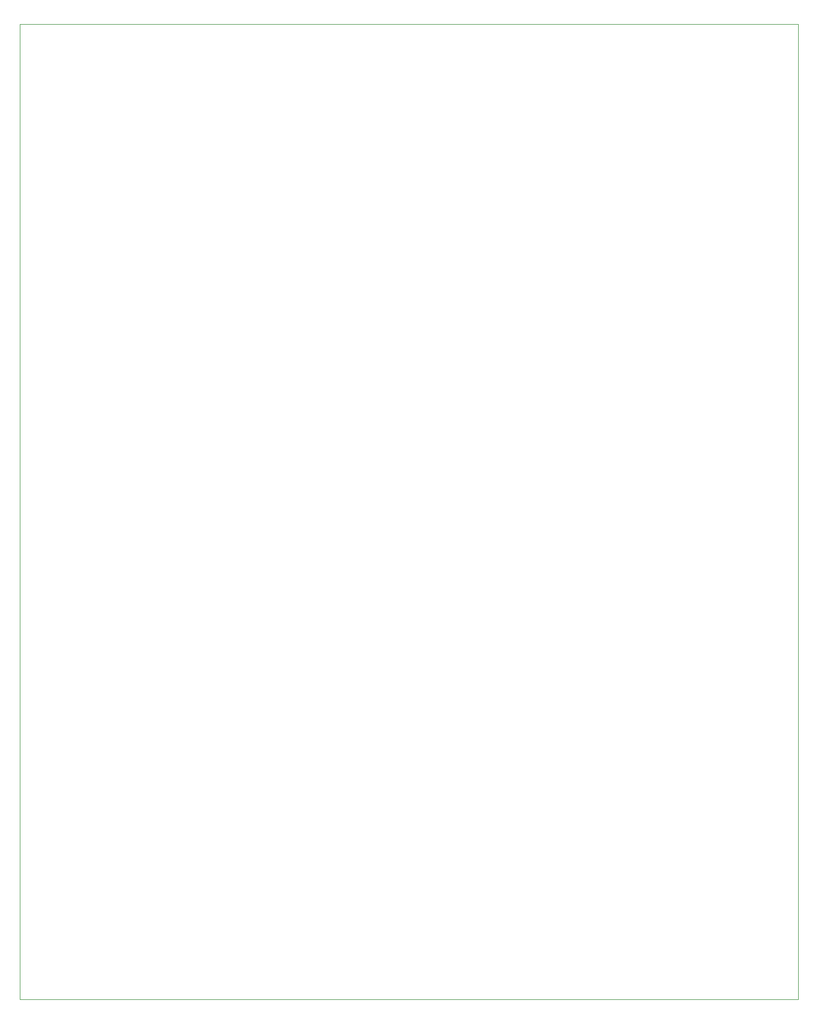
<source format=gbr>
%TF.GenerationSoftware,KiCad,Pcbnew,9.0.6*%
%TF.CreationDate,2025-11-01T18:17:41-06:00*%
%TF.ProjectId,STM32Nucleo_L476RG_Baseboard,53544d33-324e-4756-936c-656f5f4c3437,rev?*%
%TF.SameCoordinates,Original*%
%TF.FileFunction,Profile,NP*%
%FSLAX46Y46*%
G04 Gerber Fmt 4.6, Leading zero omitted, Abs format (unit mm)*
G04 Created by KiCad (PCBNEW 9.0.6) date 2025-11-01 18:17:41*
%MOMM*%
%LPD*%
G01*
G04 APERTURE LIST*
%TA.AperFunction,Profile*%
%ADD10C,0.050000*%
%TD*%
G04 APERTURE END LIST*
D10*
X28000000Y-20000000D02*
X151000000Y-20000000D01*
X151000000Y-174000000D01*
X28000000Y-174000000D01*
X28000000Y-20000000D01*
M02*

</source>
